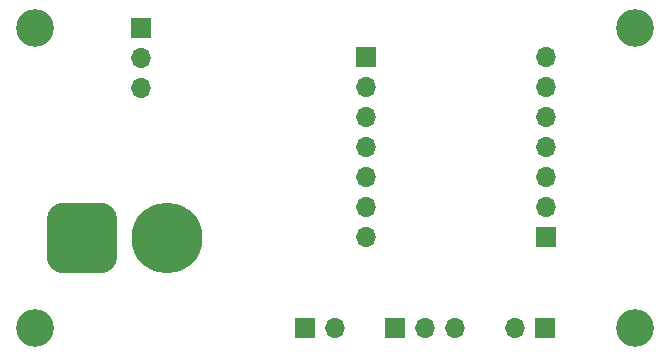
<source format=gbr>
%TF.GenerationSoftware,KiCad,Pcbnew,6.0.4-6f826c9f35~116~ubuntu20.04.1*%
%TF.CreationDate,2022-04-11T14:42:18+02:00*%
%TF.ProjectId,TestProject,54657374-5072-46f6-9a65-63742e6b6963,rev?*%
%TF.SameCoordinates,Original*%
%TF.FileFunction,Soldermask,Top*%
%TF.FilePolarity,Negative*%
%FSLAX46Y46*%
G04 Gerber Fmt 4.6, Leading zero omitted, Abs format (unit mm)*
G04 Created by KiCad (PCBNEW 6.0.4-6f826c9f35~116~ubuntu20.04.1) date 2022-04-11 14:42:18*
%MOMM*%
%LPD*%
G01*
G04 APERTURE LIST*
G04 Aperture macros list*
%AMRoundRect*
0 Rectangle with rounded corners*
0 $1 Rounding radius*
0 $2 $3 $4 $5 $6 $7 $8 $9 X,Y pos of 4 corners*
0 Add a 4 corners polygon primitive as box body*
4,1,4,$2,$3,$4,$5,$6,$7,$8,$9,$2,$3,0*
0 Add four circle primitives for the rounded corners*
1,1,$1+$1,$2,$3*
1,1,$1+$1,$4,$5*
1,1,$1+$1,$6,$7*
1,1,$1+$1,$8,$9*
0 Add four rect primitives between the rounded corners*
20,1,$1+$1,$2,$3,$4,$5,0*
20,1,$1+$1,$4,$5,$6,$7,0*
20,1,$1+$1,$6,$7,$8,$9,0*
20,1,$1+$1,$8,$9,$2,$3,0*%
G04 Aperture macros list end*
%ADD10C,3.200000*%
%ADD11O,1.700000X1.700000*%
%ADD12R,1.700000X1.700000*%
%ADD13C,6.000000*%
%ADD14RoundRect,1.500000X-1.500000X-1.500000X1.500000X-1.500000X1.500000X1.500000X-1.500000X1.500000X0*%
G04 APERTURE END LIST*
D10*
%TO.C,REF\u002A\u002A*%
X66040000Y-40640000D03*
%TD*%
%TO.C,REF\u002A\u002A*%
X66040000Y-15240000D03*
%TD*%
%TO.C,REF\u002A\u002A*%
X15240000Y-15240000D03*
%TD*%
%TO.C,REF\u002A\u002A*%
X15240000Y-40640000D03*
%TD*%
D11*
%TO.C,J6*%
X55880000Y-40640000D03*
D12*
X58420000Y-40640000D03*
%TD*%
D11*
%TO.C,J3*%
X43309700Y-33000000D03*
X43309700Y-30460000D03*
X43309700Y-27920000D03*
X43309700Y-25380000D03*
X43309700Y-22840000D03*
X43309700Y-20300000D03*
D12*
X43309700Y-17760000D03*
%TD*%
D13*
%TO.C,J1*%
X26460000Y-33020000D03*
D14*
X19260000Y-33020000D03*
%TD*%
D11*
%TO.C,J3_1*%
X58549700Y-17740000D03*
X58549700Y-20280000D03*
X58549700Y-22820000D03*
X58549700Y-25360000D03*
X58549700Y-27900000D03*
X58549700Y-30440000D03*
D12*
X58549700Y-32980000D03*
%TD*%
D11*
%TO.C,J4*%
X40640000Y-40640000D03*
D12*
X38100000Y-40640000D03*
%TD*%
D11*
%TO.C,J5*%
X50800000Y-40640000D03*
X48260000Y-40640000D03*
D12*
X45720000Y-40640000D03*
%TD*%
D11*
%TO.C,J2*%
X24224700Y-20350000D03*
X24224700Y-17810000D03*
D12*
X24224700Y-15270000D03*
%TD*%
M02*

</source>
